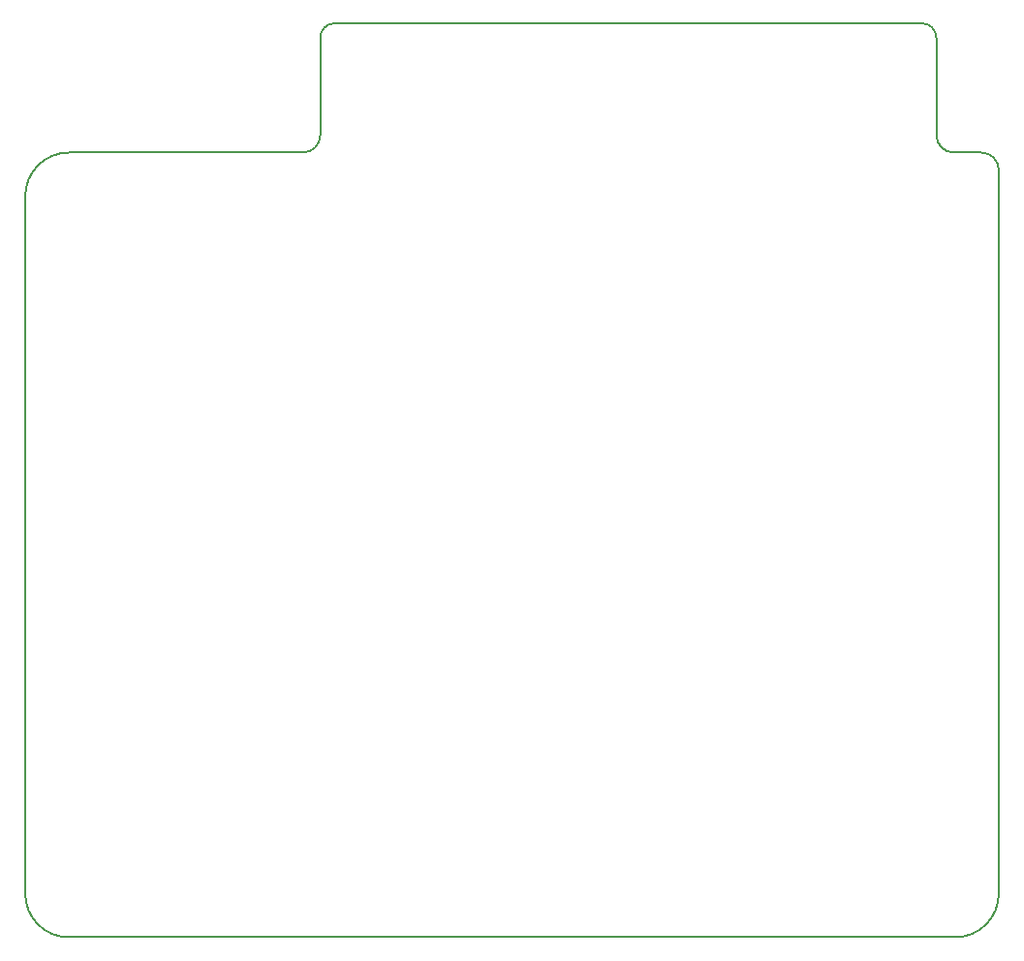
<source format=gbr>
G04 #@! TF.FileFunction,Profile,NP*
%FSLAX46Y46*%
G04 Gerber Fmt 4.6, Leading zero omitted, Abs format (unit mm)*
G04 Created by KiCad (PCBNEW 4.0.7) date 08/17/18 03:28:31*
%MOMM*%
%LPD*%
G01*
G04 APERTURE LIST*
%ADD10C,0.100000*%
%ADD11C,0.150000*%
G04 APERTURE END LIST*
D10*
D11*
X210058000Y-63500000D02*
X212471000Y-63500000D01*
X213995000Y-65024000D02*
G75*
G03X212471000Y-63500000I-1524000J0D01*
G01*
X208534000Y-61976000D02*
G75*
G03X210058000Y-63500000I1524000J0D01*
G01*
X208534000Y-53467000D02*
X208534000Y-61976000D01*
X155956000Y-52197000D02*
G75*
G03X154686000Y-53467000I0J-1270000D01*
G01*
X208534000Y-53467000D02*
G75*
G03X207264000Y-52197000I-1270000J0D01*
G01*
X210185000Y-132080000D02*
G75*
G03X213988350Y-128270006I-6650J3809994D01*
G01*
X128905006Y-128276650D02*
G75*
G03X132715000Y-132080000I3809994J6650D01*
G01*
X153162000Y-63500000D02*
G75*
G03X154686000Y-61976000I0J1524000D01*
G01*
X132708350Y-63500000D02*
G75*
G03X128905000Y-67309994I6650J-3809994D01*
G01*
X153162000Y-63500000D02*
X132700000Y-63500000D01*
X154686000Y-53467000D02*
X154686000Y-61976000D01*
X128905000Y-67310000D02*
X128905000Y-128276650D01*
X207264000Y-52197000D02*
X155956000Y-52197000D01*
X213995000Y-128270000D02*
X213995000Y-65024000D01*
X132715000Y-132080000D02*
X210185000Y-132080000D01*
M02*

</source>
